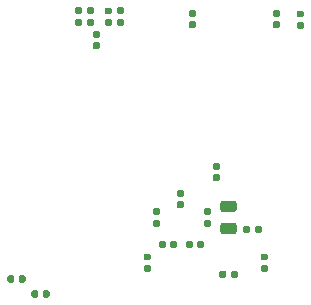
<source format=gbr>
%TF.GenerationSoftware,KiCad,Pcbnew,5.1.6*%
%TF.CreationDate,2021-04-23T20:35:47+02:00*%
%TF.ProjectId,nhci,6e686369-2e6b-4696-9361-645f70636258,rev?*%
%TF.SameCoordinates,Original*%
%TF.FileFunction,Paste,Bot*%
%TF.FilePolarity,Positive*%
%FSLAX46Y46*%
G04 Gerber Fmt 4.6, Leading zero omitted, Abs format (unit mm)*
G04 Created by KiCad (PCBNEW 5.1.6) date 2021-04-23 20:35:47*
%MOMM*%
%LPD*%
G01*
G04 APERTURE LIST*
G04 APERTURE END LIST*
%TO.C,R26*%
G36*
G01*
X53634000Y-130347500D02*
X53634000Y-130002500D01*
G75*
G02*
X53781500Y-129855000I147500J0D01*
G01*
X54076500Y-129855000D01*
G75*
G02*
X54224000Y-130002500I0J-147500D01*
G01*
X54224000Y-130347500D01*
G75*
G02*
X54076500Y-130495000I-147500J0D01*
G01*
X53781500Y-130495000D01*
G75*
G02*
X53634000Y-130347500I0J147500D01*
G01*
G37*
G36*
G01*
X52664000Y-130347500D02*
X52664000Y-130002500D01*
G75*
G02*
X52811500Y-129855000I147500J0D01*
G01*
X53106500Y-129855000D01*
G75*
G02*
X53254000Y-130002500I0J-147500D01*
G01*
X53254000Y-130347500D01*
G75*
G02*
X53106500Y-130495000I-147500J0D01*
G01*
X52811500Y-130495000D01*
G75*
G02*
X52664000Y-130347500I0J147500D01*
G01*
G37*
%TD*%
%TO.C,R25*%
G36*
G01*
X51602000Y-129077500D02*
X51602000Y-128732500D01*
G75*
G02*
X51749500Y-128585000I147500J0D01*
G01*
X52044500Y-128585000D01*
G75*
G02*
X52192000Y-128732500I0J-147500D01*
G01*
X52192000Y-129077500D01*
G75*
G02*
X52044500Y-129225000I-147500J0D01*
G01*
X51749500Y-129225000D01*
G75*
G02*
X51602000Y-129077500I0J147500D01*
G01*
G37*
G36*
G01*
X50632000Y-129077500D02*
X50632000Y-128732500D01*
G75*
G02*
X50779500Y-128585000I147500J0D01*
G01*
X51074500Y-128585000D01*
G75*
G02*
X51222000Y-128732500I0J-147500D01*
G01*
X51222000Y-129077500D01*
G75*
G02*
X51074500Y-129225000I-147500J0D01*
G01*
X50779500Y-129225000D01*
G75*
G02*
X50632000Y-129077500I0J147500D01*
G01*
G37*
%TD*%
%TO.C,R9*%
G36*
G01*
X73233500Y-107101000D02*
X73578500Y-107101000D01*
G75*
G02*
X73726000Y-107248500I0J-147500D01*
G01*
X73726000Y-107543500D01*
G75*
G02*
X73578500Y-107691000I-147500J0D01*
G01*
X73233500Y-107691000D01*
G75*
G02*
X73086000Y-107543500I0J147500D01*
G01*
X73086000Y-107248500D01*
G75*
G02*
X73233500Y-107101000I147500J0D01*
G01*
G37*
G36*
G01*
X73233500Y-106131000D02*
X73578500Y-106131000D01*
G75*
G02*
X73726000Y-106278500I0J-147500D01*
G01*
X73726000Y-106573500D01*
G75*
G02*
X73578500Y-106721000I-147500J0D01*
G01*
X73233500Y-106721000D01*
G75*
G02*
X73086000Y-106573500I0J147500D01*
G01*
X73086000Y-106278500D01*
G75*
G02*
X73233500Y-106131000I147500J0D01*
G01*
G37*
%TD*%
%TO.C,R8*%
G36*
G01*
X66121500Y-107101000D02*
X66466500Y-107101000D01*
G75*
G02*
X66614000Y-107248500I0J-147500D01*
G01*
X66614000Y-107543500D01*
G75*
G02*
X66466500Y-107691000I-147500J0D01*
G01*
X66121500Y-107691000D01*
G75*
G02*
X65974000Y-107543500I0J147500D01*
G01*
X65974000Y-107248500D01*
G75*
G02*
X66121500Y-107101000I147500J0D01*
G01*
G37*
G36*
G01*
X66121500Y-106131000D02*
X66466500Y-106131000D01*
G75*
G02*
X66614000Y-106278500I0J-147500D01*
G01*
X66614000Y-106573500D01*
G75*
G02*
X66466500Y-106721000I-147500J0D01*
G01*
X66121500Y-106721000D01*
G75*
G02*
X65974000Y-106573500I0J147500D01*
G01*
X65974000Y-106278500D01*
G75*
G02*
X66121500Y-106131000I147500J0D01*
G01*
G37*
%TD*%
%TO.C,R7*%
G36*
G01*
X57993500Y-108879000D02*
X58338500Y-108879000D01*
G75*
G02*
X58486000Y-109026500I0J-147500D01*
G01*
X58486000Y-109321500D01*
G75*
G02*
X58338500Y-109469000I-147500J0D01*
G01*
X57993500Y-109469000D01*
G75*
G02*
X57846000Y-109321500I0J147500D01*
G01*
X57846000Y-109026500D01*
G75*
G02*
X57993500Y-108879000I147500J0D01*
G01*
G37*
G36*
G01*
X57993500Y-107909000D02*
X58338500Y-107909000D01*
G75*
G02*
X58486000Y-108056500I0J-147500D01*
G01*
X58486000Y-108351500D01*
G75*
G02*
X58338500Y-108499000I-147500J0D01*
G01*
X57993500Y-108499000D01*
G75*
G02*
X57846000Y-108351500I0J147500D01*
G01*
X57846000Y-108056500D01*
G75*
G02*
X57993500Y-107909000I147500J0D01*
G01*
G37*
%TD*%
%TO.C,R6*%
G36*
G01*
X60025500Y-106870000D02*
X60370500Y-106870000D01*
G75*
G02*
X60518000Y-107017500I0J-147500D01*
G01*
X60518000Y-107312500D01*
G75*
G02*
X60370500Y-107460000I-147500J0D01*
G01*
X60025500Y-107460000D01*
G75*
G02*
X59878000Y-107312500I0J147500D01*
G01*
X59878000Y-107017500D01*
G75*
G02*
X60025500Y-106870000I147500J0D01*
G01*
G37*
G36*
G01*
X60025500Y-105900000D02*
X60370500Y-105900000D01*
G75*
G02*
X60518000Y-106047500I0J-147500D01*
G01*
X60518000Y-106342500D01*
G75*
G02*
X60370500Y-106490000I-147500J0D01*
G01*
X60025500Y-106490000D01*
G75*
G02*
X59878000Y-106342500I0J147500D01*
G01*
X59878000Y-106047500D01*
G75*
G02*
X60025500Y-105900000I147500J0D01*
G01*
G37*
%TD*%
%TO.C,R5*%
G36*
G01*
X59009500Y-106893000D02*
X59354500Y-106893000D01*
G75*
G02*
X59502000Y-107040500I0J-147500D01*
G01*
X59502000Y-107335500D01*
G75*
G02*
X59354500Y-107483000I-147500J0D01*
G01*
X59009500Y-107483000D01*
G75*
G02*
X58862000Y-107335500I0J147500D01*
G01*
X58862000Y-107040500D01*
G75*
G02*
X59009500Y-106893000I147500J0D01*
G01*
G37*
G36*
G01*
X59009500Y-105923000D02*
X59354500Y-105923000D01*
G75*
G02*
X59502000Y-106070500I0J-147500D01*
G01*
X59502000Y-106365500D01*
G75*
G02*
X59354500Y-106513000I-147500J0D01*
G01*
X59009500Y-106513000D01*
G75*
G02*
X58862000Y-106365500I0J147500D01*
G01*
X58862000Y-106070500D01*
G75*
G02*
X59009500Y-105923000I147500J0D01*
G01*
G37*
%TD*%
%TO.C,R4*%
G36*
G01*
X75265500Y-107147000D02*
X75610500Y-107147000D01*
G75*
G02*
X75758000Y-107294500I0J-147500D01*
G01*
X75758000Y-107589500D01*
G75*
G02*
X75610500Y-107737000I-147500J0D01*
G01*
X75265500Y-107737000D01*
G75*
G02*
X75118000Y-107589500I0J147500D01*
G01*
X75118000Y-107294500D01*
G75*
G02*
X75265500Y-107147000I147500J0D01*
G01*
G37*
G36*
G01*
X75265500Y-106177000D02*
X75610500Y-106177000D01*
G75*
G02*
X75758000Y-106324500I0J-147500D01*
G01*
X75758000Y-106619500D01*
G75*
G02*
X75610500Y-106767000I-147500J0D01*
G01*
X75265500Y-106767000D01*
G75*
G02*
X75118000Y-106619500I0J147500D01*
G01*
X75118000Y-106324500D01*
G75*
G02*
X75265500Y-106177000I147500J0D01*
G01*
G37*
%TD*%
%TO.C,R3*%
G36*
G01*
X57485500Y-106870000D02*
X57830500Y-106870000D01*
G75*
G02*
X57978000Y-107017500I0J-147500D01*
G01*
X57978000Y-107312500D01*
G75*
G02*
X57830500Y-107460000I-147500J0D01*
G01*
X57485500Y-107460000D01*
G75*
G02*
X57338000Y-107312500I0J147500D01*
G01*
X57338000Y-107017500D01*
G75*
G02*
X57485500Y-106870000I147500J0D01*
G01*
G37*
G36*
G01*
X57485500Y-105900000D02*
X57830500Y-105900000D01*
G75*
G02*
X57978000Y-106047500I0J-147500D01*
G01*
X57978000Y-106342500D01*
G75*
G02*
X57830500Y-106490000I-147500J0D01*
G01*
X57485500Y-106490000D01*
G75*
G02*
X57338000Y-106342500I0J147500D01*
G01*
X57338000Y-106047500D01*
G75*
G02*
X57485500Y-105900000I147500J0D01*
G01*
G37*
%TD*%
%TO.C,R2*%
G36*
G01*
X56469500Y-106870000D02*
X56814500Y-106870000D01*
G75*
G02*
X56962000Y-107017500I0J-147500D01*
G01*
X56962000Y-107312500D01*
G75*
G02*
X56814500Y-107460000I-147500J0D01*
G01*
X56469500Y-107460000D01*
G75*
G02*
X56322000Y-107312500I0J147500D01*
G01*
X56322000Y-107017500D01*
G75*
G02*
X56469500Y-106870000I147500J0D01*
G01*
G37*
G36*
G01*
X56469500Y-105900000D02*
X56814500Y-105900000D01*
G75*
G02*
X56962000Y-106047500I0J-147500D01*
G01*
X56962000Y-106342500D01*
G75*
G02*
X56814500Y-106490000I-147500J0D01*
G01*
X56469500Y-106490000D01*
G75*
G02*
X56322000Y-106342500I0J147500D01*
G01*
X56322000Y-106047500D01*
G75*
G02*
X56469500Y-105900000I147500J0D01*
G01*
G37*
%TD*%
%TO.C,C20*%
G36*
G01*
X66715000Y-126156500D02*
X66715000Y-125811500D01*
G75*
G02*
X66862500Y-125664000I147500J0D01*
G01*
X67157500Y-125664000D01*
G75*
G02*
X67305000Y-125811500I0J-147500D01*
G01*
X67305000Y-126156500D01*
G75*
G02*
X67157500Y-126304000I-147500J0D01*
G01*
X66862500Y-126304000D01*
G75*
G02*
X66715000Y-126156500I0J147500D01*
G01*
G37*
G36*
G01*
X65745000Y-126156500D02*
X65745000Y-125811500D01*
G75*
G02*
X65892500Y-125664000I147500J0D01*
G01*
X66187500Y-125664000D01*
G75*
G02*
X66335000Y-125811500I0J-147500D01*
G01*
X66335000Y-126156500D01*
G75*
G02*
X66187500Y-126304000I-147500J0D01*
G01*
X65892500Y-126304000D01*
G75*
G02*
X65745000Y-126156500I0J147500D01*
G01*
G37*
%TD*%
%TO.C,C19*%
G36*
G01*
X65105500Y-122341000D02*
X65450500Y-122341000D01*
G75*
G02*
X65598000Y-122488500I0J-147500D01*
G01*
X65598000Y-122783500D01*
G75*
G02*
X65450500Y-122931000I-147500J0D01*
G01*
X65105500Y-122931000D01*
G75*
G02*
X64958000Y-122783500I0J147500D01*
G01*
X64958000Y-122488500D01*
G75*
G02*
X65105500Y-122341000I147500J0D01*
G01*
G37*
G36*
G01*
X65105500Y-121371000D02*
X65450500Y-121371000D01*
G75*
G02*
X65598000Y-121518500I0J-147500D01*
G01*
X65598000Y-121813500D01*
G75*
G02*
X65450500Y-121961000I-147500J0D01*
G01*
X65105500Y-121961000D01*
G75*
G02*
X64958000Y-121813500I0J147500D01*
G01*
X64958000Y-121518500D01*
G75*
G02*
X65105500Y-121371000I147500J0D01*
G01*
G37*
%TD*%
%TO.C,C18*%
G36*
G01*
X64429000Y-126156500D02*
X64429000Y-125811500D01*
G75*
G02*
X64576500Y-125664000I147500J0D01*
G01*
X64871500Y-125664000D01*
G75*
G02*
X65019000Y-125811500I0J-147500D01*
G01*
X65019000Y-126156500D01*
G75*
G02*
X64871500Y-126304000I-147500J0D01*
G01*
X64576500Y-126304000D01*
G75*
G02*
X64429000Y-126156500I0J147500D01*
G01*
G37*
G36*
G01*
X63459000Y-126156500D02*
X63459000Y-125811500D01*
G75*
G02*
X63606500Y-125664000I147500J0D01*
G01*
X63901500Y-125664000D01*
G75*
G02*
X64049000Y-125811500I0J-147500D01*
G01*
X64049000Y-126156500D01*
G75*
G02*
X63901500Y-126304000I-147500J0D01*
G01*
X63606500Y-126304000D01*
G75*
G02*
X63459000Y-126156500I0J147500D01*
G01*
G37*
%TD*%
%TO.C,R1*%
G36*
G01*
X71564000Y-124886500D02*
X71564000Y-124541500D01*
G75*
G02*
X71711500Y-124394000I147500J0D01*
G01*
X72006500Y-124394000D01*
G75*
G02*
X72154000Y-124541500I0J-147500D01*
G01*
X72154000Y-124886500D01*
G75*
G02*
X72006500Y-125034000I-147500J0D01*
G01*
X71711500Y-125034000D01*
G75*
G02*
X71564000Y-124886500I0J147500D01*
G01*
G37*
G36*
G01*
X70594000Y-124886500D02*
X70594000Y-124541500D01*
G75*
G02*
X70741500Y-124394000I147500J0D01*
G01*
X71036500Y-124394000D01*
G75*
G02*
X71184000Y-124541500I0J-147500D01*
G01*
X71184000Y-124886500D01*
G75*
G02*
X71036500Y-125034000I-147500J0D01*
G01*
X70741500Y-125034000D01*
G75*
G02*
X70594000Y-124886500I0J147500D01*
G01*
G37*
%TD*%
%TO.C,C17*%
G36*
G01*
X62656500Y-127341000D02*
X62311500Y-127341000D01*
G75*
G02*
X62164000Y-127193500I0J147500D01*
G01*
X62164000Y-126898500D01*
G75*
G02*
X62311500Y-126751000I147500J0D01*
G01*
X62656500Y-126751000D01*
G75*
G02*
X62804000Y-126898500I0J-147500D01*
G01*
X62804000Y-127193500D01*
G75*
G02*
X62656500Y-127341000I-147500J0D01*
G01*
G37*
G36*
G01*
X62656500Y-128311000D02*
X62311500Y-128311000D01*
G75*
G02*
X62164000Y-128163500I0J147500D01*
G01*
X62164000Y-127868500D01*
G75*
G02*
X62311500Y-127721000I147500J0D01*
G01*
X62656500Y-127721000D01*
G75*
G02*
X62804000Y-127868500I0J-147500D01*
G01*
X62804000Y-128163500D01*
G75*
G02*
X62656500Y-128311000I-147500J0D01*
G01*
G37*
%TD*%
%TO.C,C16*%
G36*
G01*
X68885750Y-124148000D02*
X69798250Y-124148000D01*
G75*
G02*
X70042000Y-124391750I0J-243750D01*
G01*
X70042000Y-124879250D01*
G75*
G02*
X69798250Y-125123000I-243750J0D01*
G01*
X68885750Y-125123000D01*
G75*
G02*
X68642000Y-124879250I0J243750D01*
G01*
X68642000Y-124391750D01*
G75*
G02*
X68885750Y-124148000I243750J0D01*
G01*
G37*
G36*
G01*
X68885750Y-122273000D02*
X69798250Y-122273000D01*
G75*
G02*
X70042000Y-122516750I0J-243750D01*
G01*
X70042000Y-123004250D01*
G75*
G02*
X69798250Y-123248000I-243750J0D01*
G01*
X68885750Y-123248000D01*
G75*
G02*
X68642000Y-123004250I0J243750D01*
G01*
X68642000Y-122516750D01*
G75*
G02*
X68885750Y-122273000I243750J0D01*
G01*
G37*
%TD*%
%TO.C,C15*%
G36*
G01*
X67391500Y-123888000D02*
X67736500Y-123888000D01*
G75*
G02*
X67884000Y-124035500I0J-147500D01*
G01*
X67884000Y-124330500D01*
G75*
G02*
X67736500Y-124478000I-147500J0D01*
G01*
X67391500Y-124478000D01*
G75*
G02*
X67244000Y-124330500I0J147500D01*
G01*
X67244000Y-124035500D01*
G75*
G02*
X67391500Y-123888000I147500J0D01*
G01*
G37*
G36*
G01*
X67391500Y-122918000D02*
X67736500Y-122918000D01*
G75*
G02*
X67884000Y-123065500I0J-147500D01*
G01*
X67884000Y-123360500D01*
G75*
G02*
X67736500Y-123508000I-147500J0D01*
G01*
X67391500Y-123508000D01*
G75*
G02*
X67244000Y-123360500I0J147500D01*
G01*
X67244000Y-123065500D01*
G75*
G02*
X67391500Y-122918000I147500J0D01*
G01*
G37*
%TD*%
%TO.C,C14*%
G36*
G01*
X72562500Y-127341000D02*
X72217500Y-127341000D01*
G75*
G02*
X72070000Y-127193500I0J147500D01*
G01*
X72070000Y-126898500D01*
G75*
G02*
X72217500Y-126751000I147500J0D01*
G01*
X72562500Y-126751000D01*
G75*
G02*
X72710000Y-126898500I0J-147500D01*
G01*
X72710000Y-127193500D01*
G75*
G02*
X72562500Y-127341000I-147500J0D01*
G01*
G37*
G36*
G01*
X72562500Y-128311000D02*
X72217500Y-128311000D01*
G75*
G02*
X72070000Y-128163500I0J147500D01*
G01*
X72070000Y-127868500D01*
G75*
G02*
X72217500Y-127721000I147500J0D01*
G01*
X72562500Y-127721000D01*
G75*
G02*
X72710000Y-127868500I0J-147500D01*
G01*
X72710000Y-128163500D01*
G75*
G02*
X72562500Y-128311000I-147500J0D01*
G01*
G37*
%TD*%
%TO.C,C13*%
G36*
G01*
X69175000Y-128351500D02*
X69175000Y-128696500D01*
G75*
G02*
X69027500Y-128844000I-147500J0D01*
G01*
X68732500Y-128844000D01*
G75*
G02*
X68585000Y-128696500I0J147500D01*
G01*
X68585000Y-128351500D01*
G75*
G02*
X68732500Y-128204000I147500J0D01*
G01*
X69027500Y-128204000D01*
G75*
G02*
X69175000Y-128351500I0J-147500D01*
G01*
G37*
G36*
G01*
X70145000Y-128351500D02*
X70145000Y-128696500D01*
G75*
G02*
X69997500Y-128844000I-147500J0D01*
G01*
X69702500Y-128844000D01*
G75*
G02*
X69555000Y-128696500I0J147500D01*
G01*
X69555000Y-128351500D01*
G75*
G02*
X69702500Y-128204000I147500J0D01*
G01*
X69997500Y-128204000D01*
G75*
G02*
X70145000Y-128351500I0J-147500D01*
G01*
G37*
%TD*%
%TO.C,C12*%
G36*
G01*
X63073500Y-123888000D02*
X63418500Y-123888000D01*
G75*
G02*
X63566000Y-124035500I0J-147500D01*
G01*
X63566000Y-124330500D01*
G75*
G02*
X63418500Y-124478000I-147500J0D01*
G01*
X63073500Y-124478000D01*
G75*
G02*
X62926000Y-124330500I0J147500D01*
G01*
X62926000Y-124035500D01*
G75*
G02*
X63073500Y-123888000I147500J0D01*
G01*
G37*
G36*
G01*
X63073500Y-122918000D02*
X63418500Y-122918000D01*
G75*
G02*
X63566000Y-123065500I0J-147500D01*
G01*
X63566000Y-123360500D01*
G75*
G02*
X63418500Y-123508000I-147500J0D01*
G01*
X63073500Y-123508000D01*
G75*
G02*
X62926000Y-123360500I0J147500D01*
G01*
X62926000Y-123065500D01*
G75*
G02*
X63073500Y-122918000I147500J0D01*
G01*
G37*
%TD*%
%TO.C,C11*%
G36*
G01*
X68153500Y-120055000D02*
X68498500Y-120055000D01*
G75*
G02*
X68646000Y-120202500I0J-147500D01*
G01*
X68646000Y-120497500D01*
G75*
G02*
X68498500Y-120645000I-147500J0D01*
G01*
X68153500Y-120645000D01*
G75*
G02*
X68006000Y-120497500I0J147500D01*
G01*
X68006000Y-120202500D01*
G75*
G02*
X68153500Y-120055000I147500J0D01*
G01*
G37*
G36*
G01*
X68153500Y-119085000D02*
X68498500Y-119085000D01*
G75*
G02*
X68646000Y-119232500I0J-147500D01*
G01*
X68646000Y-119527500D01*
G75*
G02*
X68498500Y-119675000I-147500J0D01*
G01*
X68153500Y-119675000D01*
G75*
G02*
X68006000Y-119527500I0J147500D01*
G01*
X68006000Y-119232500D01*
G75*
G02*
X68153500Y-119085000I147500J0D01*
G01*
G37*
%TD*%
M02*

</source>
